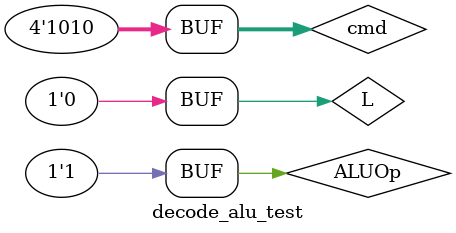
<source format=v>
`timescale 1ns / 1ps


module decode_alu_test;

	// Inputs
	reg L;
	reg [3:0] cmd;
	reg ALUOp;

	// Outputs
	wire NoWrite;
	wire [1:0] ALUControl;
	wire [1:0] Flagw;

	// Instantiate the Unit Under Test (UUT)
	decode_alu uut (
		.L(L), 
		.cmd(cmd), 
		.ALUOp(ALUOp),
		.NoWrite(NoWrite),
		.ALUControl(ALUControl), 
		.Flagw(Flagw)
	);

	initial begin
		// Initialize Inputs
		L = 0;
		cmd = 4;
		ALUOp = 1;
		#100;
		
		L = 0;
		cmd = 0;
		ALUOp = 1;
		#100;
		
		L = 1;
		cmd = 2;
		ALUOp = 1;
		#100;
		
		L = 1;
		cmd = 13;
		ALUOp = 1;
		#100;
		
		L = 0;
		cmd = 12;
		ALUOp = 1;
		#100;
        
		L = 0;
		cmd = 10;
		ALUOp = 1;
		#100;
		// Add stimulus here

	end
      
endmodule


</source>
